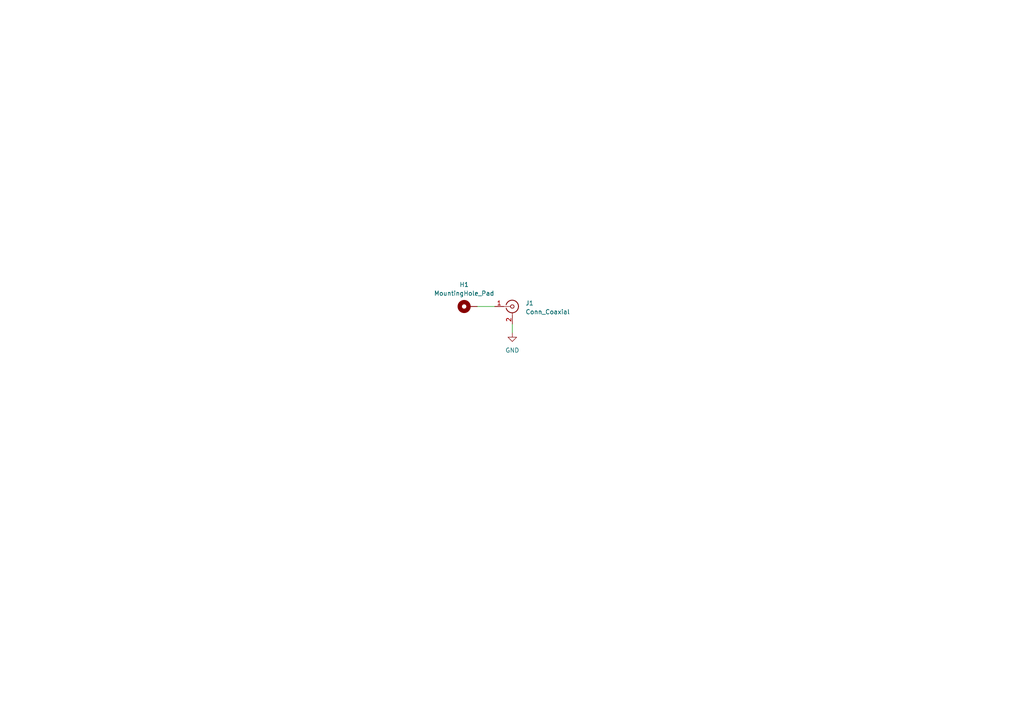
<source format=kicad_sch>
(kicad_sch (version 20230121) (generator eeschema)
  (paper "A4")
  (title_block (title "GPS 50R Ground Plane Antenna Board") (date "2024-08-28") (rev "1.0") (company "Szymon Bartosik"))
  (lib_symbols
    (symbol "Connector:Conn_Coaxial" (pin_names (offset 1.016) hide)
      (property "Reference" "J" (at 0.254 3.048 0))
      (property "Value" "Conn_Coaxial" (at 2.921 0 90))
      (symbol "Conn_Coaxial_0_1"
        (arc (start -1.778 -0.508) (mid 0.2311 -1.8066) (end 1.778 0) (stroke (width 0.254)))
        (polyline (pts (xy -2.54 0) (xy -0.508 0)))
        (polyline (pts (xy 0 -2.54) (xy 0 -1.778)))
        (circle (center 0 0) (radius 0.508) (stroke (width 0.2032)))
        (arc (start 1.778 0) (mid 0.2099 1.8101) (end -1.778 0.508) (stroke (width 0.254)))
      )
      (symbol "Conn_Coaxial_1_1"
        (pin passive line (at -5.08 0 0) (length 2.54) (name "In") (number "1"))
        (pin passive line (at 0 -5.08 90) (length 2.54) (name "Ext") (number "2"))
      )
    )
    (symbol "Mechanical:MountingHole_Pad" (pin_numbers hide) (pin_names (offset 1.016) hide)
      (property "Reference" "H" (at 0 6.35 0))
      (property "Value" "MountingHole_Pad" (at 0 4.445 0))
      (symbol "MountingHole_Pad_0_1"
        (circle (center 0 1.27) (radius 1.27) (stroke (width 1.27)))
      )
      (symbol "MountingHole_Pad_1_1"
        (pin input line (at 0 -2.54 90) (length 2.54) (name "1") (number "1"))
      )
    )
    (symbol "power:GND" (power) (pin_names (offset 0))
      (property "Value" "GND" (at 0 -3.81 0))
      (symbol "GND_0_1"
        (polyline (pts (xy 0 0) (xy 0 -1.27) (xy 1.27 -1.27) (xy 0 -2.54) (xy -1.27 -1.27) (xy 0 -1.27)))
      )
      (symbol "GND_1_1"
        (pin power_in line (at 0 0 270) (length 0) hide (name "GND") (number "1"))
      )
    )
  )
  (wire (pts (xy 148.59 93.98) (xy 148.59 96.52)))
  (wire (pts (xy 138.43 88.9) (xy 143.51 88.9)))
  (symbol (lib_id "power:GND") (at 148.59 96.52 0) (unit 1)
    (property "Reference" "#PWR01" (effects hide))
    (property "Value" "GND" (at 148.59 101.6 0))
  )
  (symbol (lib_id "Mechanical:MountingHole_Pad") (at 135.89 88.9 90) (unit 1)
    (property "Reference" "H1" (at 134.62 82.55 90))
    (property "Value" "MountingHole_Pad" (at 134.62 85.09 90))
    (property "Footprint" "MountingHole:MountingHole_2.2mm_M2_Pad" (effects hide))
  )
  (symbol (lib_id "Connector:Conn_Coaxial") (at 148.59 88.9 0) (unit 1)
    (property "Reference" "J1" (at 152.4 87.9232 0) (effects (justify left)))
    (property "Value" "Conn_Coaxial" (at 152.4 90.4632 0) (effects (justify left)))
    (property "Footprint" "Connector_Coaxial:SMA_Amphenol_901-143_Horizontal" (effects hide))
    (property "Datasheet" " ~" (effects hide))
  )
)
</source>
